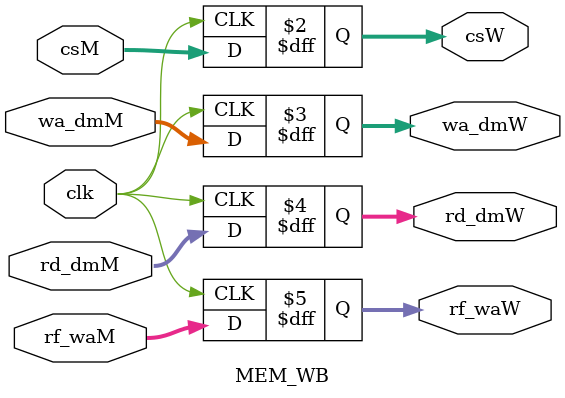
<source format=v>
module MEM_WB(
    input wire clk,
    input wire [1:0] csM,
    input wire [31:0] wa_dmM,
    input wire [31:0] rd_dmM,
    input wire [4:0] rf_waM,
    output reg [1:0] csW,
    output reg [31:0] wa_dmW,
    output reg [31:0] rd_dmW,
    output reg [4:0] rf_waW
    );
    
    always @ (posedge clk) begin
        csW = csM;
        wa_dmW = wa_dmM;
        rd_dmW = rd_dmM;
        rf_waW = rf_waM;
    end
    
endmodule

</source>
